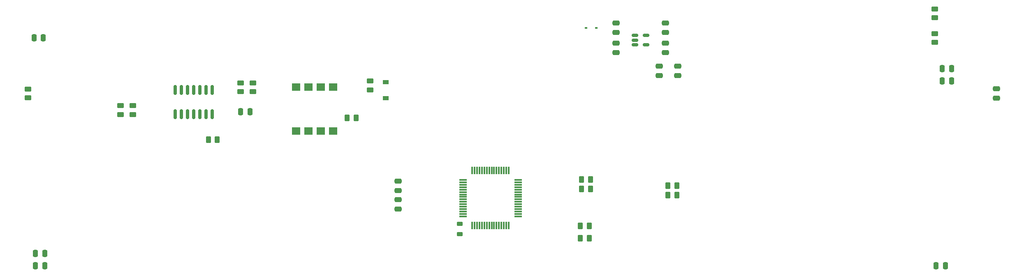
<source format=gbr>
%TF.GenerationSoftware,KiCad,Pcbnew,(6.0.5-0)*%
%TF.CreationDate,2022-06-25T13:19:04+02:00*%
%TF.ProjectId,hoatzin,686f6174-7a69-46e2-9e6b-696361645f70,rev?*%
%TF.SameCoordinates,Original*%
%TF.FileFunction,Paste,Top*%
%TF.FilePolarity,Positive*%
%FSLAX46Y46*%
G04 Gerber Fmt 4.6, Leading zero omitted, Abs format (unit mm)*
G04 Created by KiCad (PCBNEW (6.0.5-0)) date 2022-06-25 13:19:04*
%MOMM*%
%LPD*%
G01*
G04 APERTURE LIST*
G04 Aperture macros list*
%AMRoundRect*
0 Rectangle with rounded corners*
0 $1 Rounding radius*
0 $2 $3 $4 $5 $6 $7 $8 $9 X,Y pos of 4 corners*
0 Add a 4 corners polygon primitive as box body*
4,1,4,$2,$3,$4,$5,$6,$7,$8,$9,$2,$3,0*
0 Add four circle primitives for the rounded corners*
1,1,$1+$1,$2,$3*
1,1,$1+$1,$4,$5*
1,1,$1+$1,$6,$7*
1,1,$1+$1,$8,$9*
0 Add four rect primitives between the rounded corners*
20,1,$1+$1,$2,$3,$4,$5,0*
20,1,$1+$1,$4,$5,$6,$7,0*
20,1,$1+$1,$6,$7,$8,$9,0*
20,1,$1+$1,$8,$9,$2,$3,0*%
G04 Aperture macros list end*
%ADD10RoundRect,0.250000X0.262500X0.450000X-0.262500X0.450000X-0.262500X-0.450000X0.262500X-0.450000X0*%
%ADD11RoundRect,0.250000X0.250000X0.475000X-0.250000X0.475000X-0.250000X-0.475000X0.250000X-0.475000X0*%
%ADD12RoundRect,0.250000X-0.262500X-0.450000X0.262500X-0.450000X0.262500X0.450000X-0.262500X0.450000X0*%
%ADD13RoundRect,0.075000X-0.700000X-0.075000X0.700000X-0.075000X0.700000X0.075000X-0.700000X0.075000X0*%
%ADD14RoundRect,0.075000X-0.075000X-0.700000X0.075000X-0.700000X0.075000X0.700000X-0.075000X0.700000X0*%
%ADD15RoundRect,0.250000X-0.475000X0.250000X-0.475000X-0.250000X0.475000X-0.250000X0.475000X0.250000X0*%
%ADD16RoundRect,0.250000X0.450000X-0.262500X0.450000X0.262500X-0.450000X0.262500X-0.450000X-0.262500X0*%
%ADD17RoundRect,0.250000X0.475000X-0.250000X0.475000X0.250000X-0.475000X0.250000X-0.475000X-0.250000X0*%
%ADD18R,0.600000X0.450000*%
%ADD19RoundRect,0.150000X-0.512500X-0.150000X0.512500X-0.150000X0.512500X0.150000X-0.512500X0.150000X0*%
%ADD20R,1.200000X0.900000*%
%ADD21RoundRect,0.250000X-0.250000X-0.475000X0.250000X-0.475000X0.250000X0.475000X-0.250000X0.475000X0*%
%ADD22RoundRect,0.250000X-0.450000X0.262500X-0.450000X-0.262500X0.450000X-0.262500X0.450000X0.262500X0*%
%ADD23RoundRect,0.218750X0.381250X-0.218750X0.381250X0.218750X-0.381250X0.218750X-0.381250X-0.218750X0*%
%ADD24RoundRect,0.150000X0.150000X-0.825000X0.150000X0.825000X-0.150000X0.825000X-0.150000X-0.825000X0*%
%ADD25R,1.780000X1.520000*%
G04 APERTURE END LIST*
D10*
%TO.C,R3*%
X86002500Y-84455000D03*
X84177500Y-84455000D03*
%TD*%
D11*
%TO.C,C9*%
X237170000Y-72390000D03*
X235270000Y-72390000D03*
%TD*%
D10*
%TO.C,R15*%
X180617500Y-95885000D03*
X178792500Y-95885000D03*
%TD*%
D12*
%TO.C,R2*%
X112752500Y-80010000D03*
X114577500Y-80010000D03*
%TD*%
D13*
%TO.C,U1*%
X136565000Y-92770000D03*
X136565000Y-93270000D03*
X136565000Y-93770000D03*
X136565000Y-94270000D03*
X136565000Y-94770000D03*
X136565000Y-95270000D03*
X136565000Y-95770000D03*
X136565000Y-96270000D03*
X136565000Y-96770000D03*
X136565000Y-97270000D03*
X136565000Y-97770000D03*
X136565000Y-98270000D03*
X136565000Y-98770000D03*
X136565000Y-99270000D03*
X136565000Y-99770000D03*
X136565000Y-100270000D03*
D14*
X138490000Y-102195000D03*
X138990000Y-102195000D03*
X139490000Y-102195000D03*
X139990000Y-102195000D03*
X140490000Y-102195000D03*
X140990000Y-102195000D03*
X141490000Y-102195000D03*
X141990000Y-102195000D03*
X142490000Y-102195000D03*
X142990000Y-102195000D03*
X143490000Y-102195000D03*
X143990000Y-102195000D03*
X144490000Y-102195000D03*
X144990000Y-102195000D03*
X145490000Y-102195000D03*
X145990000Y-102195000D03*
D13*
X147915000Y-100270000D03*
X147915000Y-99770000D03*
X147915000Y-99270000D03*
X147915000Y-98770000D03*
X147915000Y-98270000D03*
X147915000Y-97770000D03*
X147915000Y-97270000D03*
X147915000Y-96770000D03*
X147915000Y-96270000D03*
X147915000Y-95770000D03*
X147915000Y-95270000D03*
X147915000Y-94770000D03*
X147915000Y-94270000D03*
X147915000Y-93770000D03*
X147915000Y-93270000D03*
X147915000Y-92770000D03*
D14*
X145990000Y-90845000D03*
X145490000Y-90845000D03*
X144990000Y-90845000D03*
X144490000Y-90845000D03*
X143990000Y-90845000D03*
X143490000Y-90845000D03*
X142990000Y-90845000D03*
X142490000Y-90845000D03*
X141990000Y-90845000D03*
X141490000Y-90845000D03*
X140990000Y-90845000D03*
X140490000Y-90845000D03*
X139990000Y-90845000D03*
X139490000Y-90845000D03*
X138990000Y-90845000D03*
X138490000Y-90845000D03*
%TD*%
D15*
%TO.C,C15*%
X178247000Y-60452000D03*
X178247000Y-62352000D03*
%TD*%
D16*
%TO.C,R6*%
X68580000Y-79295000D03*
X68580000Y-77470000D03*
%TD*%
D11*
%TO.C,C8*%
X235900000Y-110490000D03*
X234000000Y-110490000D03*
%TD*%
D17*
%TO.C,C11*%
X176977000Y-71242000D03*
X176977000Y-69342000D03*
%TD*%
%TO.C,C12*%
X168087000Y-62352000D03*
X168087000Y-60452000D03*
%TD*%
D15*
%TO.C,C13*%
X168087000Y-64582000D03*
X168087000Y-66482000D03*
%TD*%
D17*
%TO.C,C10*%
X180787000Y-71242000D03*
X180787000Y-69342000D03*
%TD*%
D16*
%TO.C,R5*%
X90805000Y-72747500D03*
X90805000Y-74572500D03*
%TD*%
D18*
%TO.C,D2*%
X164057000Y-61402000D03*
X161957000Y-61402000D03*
%TD*%
D16*
%TO.C,R18*%
X233680000Y-64412500D03*
X233680000Y-62587500D03*
%TD*%
D19*
%TO.C,U4*%
X172029500Y-62992000D03*
X172029500Y-63942000D03*
X172029500Y-64892000D03*
X174304500Y-64892000D03*
X174304500Y-62992000D03*
%TD*%
D15*
%TO.C,C16*%
X246380000Y-73980000D03*
X246380000Y-75880000D03*
%TD*%
D20*
%TO.C,D1*%
X120650000Y-75945000D03*
X120650000Y-72645000D03*
%TD*%
D16*
%TO.C,R7*%
X93345000Y-72747500D03*
X93345000Y-74572500D03*
%TD*%
D11*
%TO.C,C5*%
X237170000Y-69850000D03*
X235270000Y-69850000D03*
%TD*%
D10*
%TO.C,R13*%
X162560000Y-104775000D03*
X160735000Y-104775000D03*
%TD*%
D16*
%TO.C,R1*%
X117475000Y-74215000D03*
X117475000Y-72390000D03*
%TD*%
D21*
%TO.C,C7*%
X48580000Y-110490000D03*
X50480000Y-110490000D03*
%TD*%
D12*
%TO.C,R10*%
X161012500Y-92710000D03*
X162837500Y-92710000D03*
%TD*%
D10*
%TO.C,R11*%
X162837500Y-94615000D03*
X161012500Y-94615000D03*
%TD*%
D17*
%TO.C,C14*%
X178247000Y-66482000D03*
X178247000Y-64582000D03*
%TD*%
D22*
%TO.C,R19*%
X233680000Y-57507500D03*
X233680000Y-59332500D03*
%TD*%
D23*
%TO.C,FB1*%
X135890000Y-103932500D03*
X135890000Y-101807500D03*
%TD*%
D12*
%TO.C,R12*%
X160735000Y-102235000D03*
X162560000Y-102235000D03*
%TD*%
D16*
%TO.C,R4*%
X66040000Y-79295000D03*
X66040000Y-77470000D03*
%TD*%
D21*
%TO.C,C4*%
X48580000Y-107950000D03*
X50480000Y-107950000D03*
%TD*%
D24*
%TO.C,U3*%
X77343000Y-74233000D03*
X78613000Y-74233000D03*
X79883000Y-74233000D03*
X81153000Y-74233000D03*
X82423000Y-74233000D03*
X83693000Y-74233000D03*
X84963000Y-74233000D03*
X84963000Y-79183000D03*
X83693000Y-79183000D03*
X82423000Y-79183000D03*
X81153000Y-79183000D03*
X79883000Y-79183000D03*
X78613000Y-79183000D03*
X77343000Y-79183000D03*
%TD*%
D12*
%TO.C,R14*%
X178792500Y-93980000D03*
X180617500Y-93980000D03*
%TD*%
D17*
%TO.C,C2*%
X123189998Y-94930000D03*
X123189998Y-93030000D03*
%TD*%
D21*
%TO.C,C6*%
X48260000Y-63500000D03*
X50160000Y-63500000D03*
%TD*%
D15*
%TO.C,C3*%
X123189998Y-96840000D03*
X123189998Y-98740000D03*
%TD*%
D25*
%TO.C,U2*%
X109855000Y-73660000D03*
X107315000Y-73660000D03*
X104775000Y-73660000D03*
X102235000Y-73660000D03*
X102235000Y-82670000D03*
X104775000Y-82670000D03*
X107315000Y-82670000D03*
X109855000Y-82670000D03*
%TD*%
D21*
%TO.C,C1*%
X92710000Y-78740000D03*
X90810000Y-78740000D03*
%TD*%
D22*
%TO.C,R20*%
X46990000Y-74017500D03*
X46990000Y-75842500D03*
%TD*%
M02*

</source>
